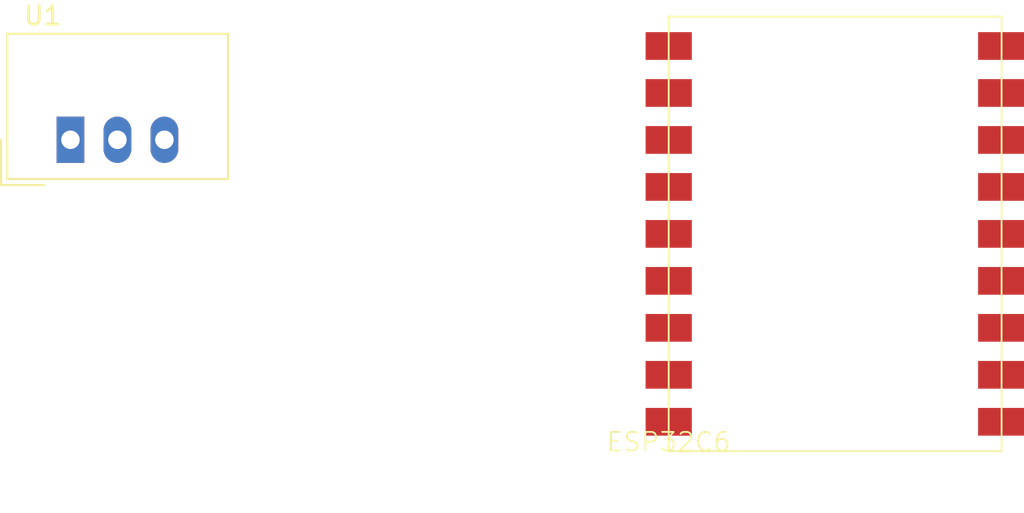
<source format=kicad_pcb>
(kicad_pcb (version 20240108) (generator "pcbnew") (generator_version "8.0")
  (layers (0 "F.Cu" signal) (31 "B.Cu" signal) (34 "B.Paste" user) (35 "F.Paste" user) (36 "B.SilkS" user "B.Silkscreen") (37 "F.SilkS" user "F.Silkscreen") (38 "B.Mask" user) (39 "F.Mask" user) (44 "Edge.Cuts" user))
  (net 0 "")
  (net 9 "Net-(ESP32C6-3.3V)")
  (net 15 "GND")
  (footprint "Waveshare:Waveshare ESP32-C6 Mini Development Board" (layer "F.Cu") (at 161.52 80.34)
    (property "Reference" "ESP32C6" (at 0 -0.5 0) (layer "F.SilkS") (effects (font (thickness 0.1))))
    (property "Value" "~")
    (fp_rect (start 0 -23.5) (end 18 0) (stroke (width 0.1)) (fill none) (layer "F.SilkS"))
    (pad "1" smd rect (at 0 -21.91) (size 2.5 1.5) (layers "F.Cu" "F.Paste" "F.Mask"))
    (pad "2" smd rect (at 0 -19.37) (size 2.5 1.5) (layers "F.Cu" "F.Paste" "F.Mask") (net 15 "GND"))
    (pad "3" smd rect (at 0 -16.83) (size 2.5 1.5) (layers "F.Cu" "F.Paste" "F.Mask") (net 9 "Net-(ESP32C6-3.3V)"))
    (pad "4" smd rect (at 0 -14.29) (size 2.5 1.5) (layers "F.Cu" "F.Paste" "F.Mask"))
    (pad "5" smd rect (at 0 -11.75) (size 2.5 1.5) (layers "F.Cu" "F.Paste" "F.Mask"))
    (pad "6" smd rect (at 0 -9.21) (size 2.5 1.5) (layers "F.Cu" "F.Paste" "F.Mask"))
    (pad "7" smd rect (at 0 -6.67) (size 2.5 1.5) (layers "F.Cu" "F.Paste" "F.Mask"))
    (pad "8" smd rect (at 0 -4.13) (size 2.5 1.5) (layers "F.Cu" "F.Paste" "F.Mask"))
    (pad "9" smd rect (at 0 -1.59) (size 2.5 1.5) (layers "F.Cu" "F.Paste" "F.Mask"))
    (pad "10" smd rect (at 17.98 -21.91) (size 2.5 1.5) (layers "F.Cu" "F.Paste" "F.Mask"))
    (pad "11" smd rect (at 17.98 -19.37) (size 2.5 1.5) (layers "F.Cu" "F.Paste" "F.Mask"))
    (pad "12" smd rect (at 17.98 -16.83) (size 2.5 1.5) (layers "F.Cu" "F.Paste" "F.Mask"))
    (pad "13" smd rect (at 17.98 -14.29) (size 2.5 1.5) (layers "F.Cu" "F.Paste" "F.Mask"))
    (pad "14" smd rect (at 17.98 -11.75) (size 2.5 1.5) (layers "F.Cu" "F.Paste" "F.Mask"))
    (pad "15" smd rect (at 17.98 -9.21) (size 2.5 1.5) (layers "F.Cu" "F.Paste" "F.Mask"))
    (pad "16" smd rect (at 17.98 -6.67) (size 2.5 1.5) (layers "F.Cu" "F.Paste" "F.Mask"))
    (pad "17" smd rect (at 17.98 -4.13) (size 2.5 1.5) (layers "F.Cu" "F.Paste" "F.Mask"))
    (pad "18" smd rect (at 17.98 -1.59) (size 2.5 1.5) (layers "F.Cu" "F.Paste" "F.Mask"))
  )
  (footprint "Converter_DCDC:Converter_DCDC_TRACO_TSR-1_THT" (layer "F.Cu") (at 129.17 63.5)
    (property "Reference" "U1" (at -1.5 -6.71 0) (layer "F.SilkS"))
    (property "Value" "TSR_1-2433")
    (fp_line (start -3.75 0) (end -3.75 2.45) (stroke (width 0.12)) (layer "F.SilkS"))
    (fp_line (start -3.75 2.45) (end -1.42 2.45) (stroke (width 0.12)) (layer "F.SilkS"))
    (fp_line (start -3.42 -5.73) (end 8.52 -5.73) (stroke (width 0.12)) (layer "F.SilkS"))
    (fp_line (start -3.42 2.12) (end -3.42 -5.73) (stroke (width 0.12)) (layer "F.SilkS"))
    (fp_line (start 8.52 -5.73) (end 8.52 2.12) (stroke (width 0.12)) (layer "F.SilkS"))
    (fp_line (start 8.52 2.12) (end -3.42 2.12) (stroke (width 0.12)) (layer "F.SilkS"))
    (pad "1" thru_hole rect (at 0 0) (size 1.5 2.5) (drill 1) (layers "*.Cu" "*.Mask"))
    (pad "2" thru_hole oval (at 2.54 0) (size 1.5 2.5) (drill 1) (layers "*.Cu" "*.Mask"))
    (pad "3" thru_hole oval (at 5.08 0) (size 1.5 2.5) (drill 1) (layers "*.Cu" "*.Mask") (net 9 "Net-(ESP32C6-3.3V)"))
  )
)
</source>
